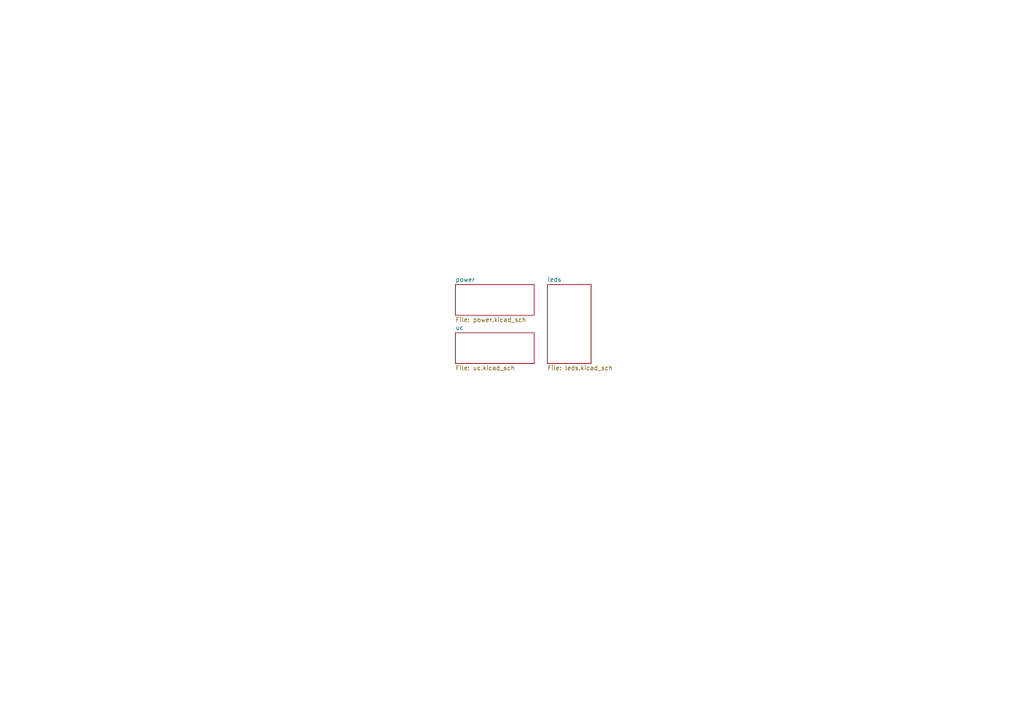
<source format=kicad_sch>
(kicad_sch (version 20230121) (generator eeschema)
  (paper "A4")
  (title_block (title "ledrunner") (date "2024-08-08") (rev "3"))
  (lib_symbols)
  (sheet (at 158.75 82.55) (size 12.7 22.86) (stroke (width 0.1524))
    (property "Sheetname" "leds" (at 158.75 81.8384 0) (effects (justify left bottom)))
    (property "Sheetfile" "leds.kicad_sch" (at 158.75 105.9946 0) (effects (justify left top)))
  )
  (sheet (at 132.08 96.52) (size 22.86 8.89) (stroke (width 0.1524))
    (property "Sheetname" "uc" (at 132.08 95.8084 0) (effects (justify left bottom)))
    (property "Sheetfile" "uc.kicad_sch" (at 132.08 105.9946 0) (effects (justify left top)))
  )
  (sheet (at 132.08 82.55) (size 22.86 8.89) (stroke (width 0.1524))
    (property "Sheetname" "power" (at 132.08 81.8384 0) (effects (justify left bottom)))
    (property "Sheetfile" "power.kicad_sch" (at 132.08 92.0246 0) (effects (justify left top)))
  )
)
</source>
